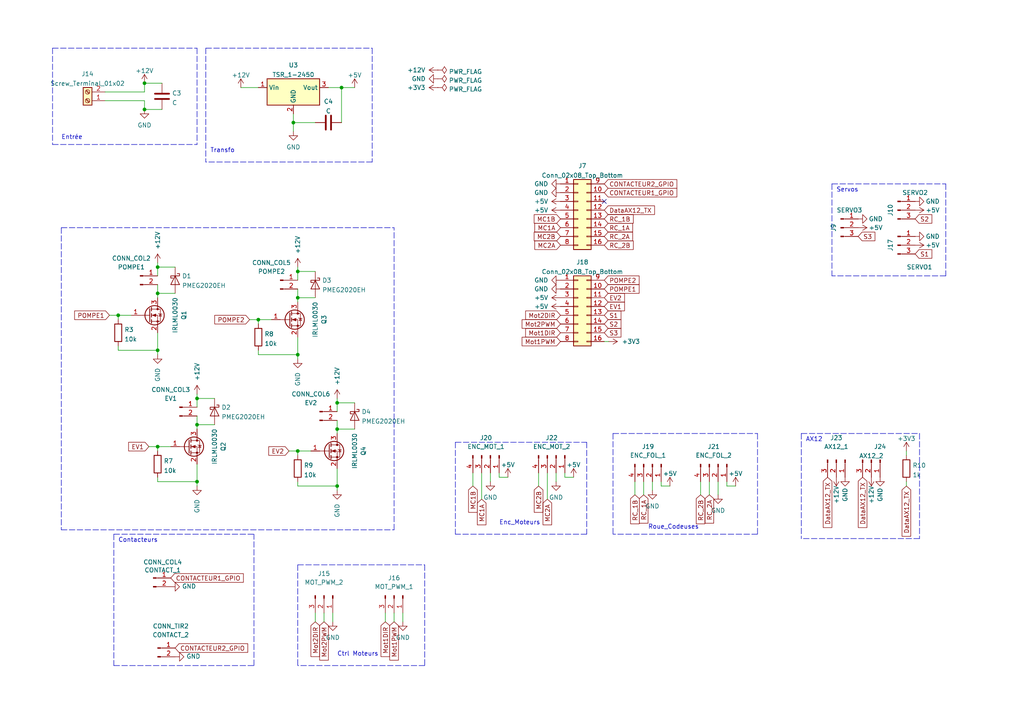
<source format=kicad_sch>
(kicad_sch (version 20211123) (generator eeschema)
  (paper "A4")
  (lib_symbols
    (symbol "Connector:Conn_01x02_Male" (pin_names (offset 1.016) hide)
      (property "Reference" "J" (at 0 2.54 0))
      (property "Value" "Conn_01x02_Male" (at 0 -5.08 0))
      (symbol "Conn_01x02_Male_1_1"
        (polyline (pts (xy 1.27 -2.54) (xy 0.8636 -2.54)) (stroke (width 0.1524)))
        (polyline (pts (xy 1.27 0) (xy 0.8636 0)) (stroke (width 0.1524)))
        (rectangle (start 0.8636 -2.413) (end 0 -2.667) (stroke (width 0.1524)) (fill (type outline)))
        (rectangle (start 0.8636 0.127) (end 0 -0.127) (stroke (width 0.1524)) (fill (type outline)))
        (pin passive line (at 5.08 0 180) (length 3.81) (name "Pin_1") (number "1"))
        (pin passive line (at 5.08 -2.54 180) (length 3.81) (name "Pin_2") (number "2"))
      )
    )
    (symbol "Connector:Conn_01x03_Male" (pin_names (offset 1.016) hide)
      (property "Reference" "J" (at 0 5.08 0))
      (property "Value" "Conn_01x03_Male" (at 0 -5.08 0))
      (symbol "Conn_01x03_Male_1_1"
        (polyline (pts (xy 1.27 -2.54) (xy 0.8636 -2.54)) (stroke (width 0.1524)))
        (polyline (pts (xy 1.27 0) (xy 0.8636 0)) (stroke (width 0.1524)))
        (polyline (pts (xy 1.27 2.54) (xy 0.8636 2.54)) (stroke (width 0.1524)))
        (rectangle (start 0.8636 -2.413) (end 0 -2.667) (stroke (width 0.1524)) (fill (type outline)))
        (rectangle (start 0.8636 0.127) (end 0 -0.127) (stroke (width 0.1524)) (fill (type outline)))
        (rectangle (start 0.8636 2.667) (end 0 2.413) (stroke (width 0.1524)) (fill (type outline)))
        (pin passive line (at 5.08 2.54 180) (length 3.81) (name "Pin_1") (number "1"))
        (pin passive line (at 5.08 0 180) (length 3.81) (name "Pin_2") (number "2"))
        (pin passive line (at 5.08 -2.54 180) (length 3.81) (name "Pin_3") (number "3"))
      )
    )
    (symbol "Connector:Conn_01x04_Male" (pin_names (offset 1.016) hide)
      (property "Reference" "J" (at 0 5.08 0))
      (property "Value" "Conn_01x04_Male" (at 0 -7.62 0))
      (symbol "Conn_01x04_Male_1_1"
        (polyline (pts (xy 1.27 -5.08) (xy 0.8636 -5.08)) (stroke (width 0.1524)))
        (polyline (pts (xy 1.27 -2.54) (xy 0.8636 -2.54)) (stroke (width 0.1524)))
        (polyline (pts (xy 1.27 0) (xy 0.8636 0)) (stroke (width 0.1524)))
        (polyline (pts (xy 1.27 2.54) (xy 0.8636 2.54)) (stroke (width 0.1524)))
        (rectangle (start 0.8636 -4.953) (end 0 -5.207) (stroke (width 0.1524)) (fill (type outline)))
        (rectangle (start 0.8636 -2.413) (end 0 -2.667) (stroke (width 0.1524)) (fill (type outline)))
        (rectangle (start 0.8636 0.127) (end 0 -0.127) (stroke (width 0.1524)) (fill (type outline)))
        (rectangle (start 0.8636 2.667) (end 0 2.413) (stroke (width 0.1524)) (fill (type outline)))
        (pin passive line (at 5.08 2.54 180) (length 3.81) (name "Pin_1") (number "1"))
        (pin passive line (at 5.08 0 180) (length 3.81) (name "Pin_2") (number "2"))
        (pin passive line (at 5.08 -2.54 180) (length 3.81) (name "Pin_3") (number "3"))
        (pin passive line (at 5.08 -5.08 180) (length 3.81) (name "Pin_4") (number "4"))
      )
    )
    (symbol "Connector:Screw_Terminal_01x02" (pin_names (offset 1.016) hide)
      (property "Reference" "J" (at 0 2.54 0))
      (property "Value" "Screw_Terminal_01x02" (at 0 -5.08 0))
      (symbol "Screw_Terminal_01x02_1_1"
        (rectangle (start -1.27 1.27) (end 1.27 -3.81) (stroke (width 0.254)) (fill (type background)))
        (circle (center 0 -2.54) (radius 0.635) (stroke (width 0.1524)))
        (polyline (pts (xy -0.5334 -2.2098) (xy 0.3302 -3.048)) (stroke (width 0.1524)))
        (polyline (pts (xy -0.5334 0.3302) (xy 0.3302 -0.508)) (stroke (width 0.1524)))
        (polyline (pts (xy -0.3556 -2.032) (xy 0.508 -2.8702)) (stroke (width 0.1524)))
        (polyline (pts (xy -0.3556 0.508) (xy 0.508 -0.3302)) (stroke (width 0.1524)))
        (circle (center 0 0) (radius 0.635) (stroke (width 0.1524)))
        (pin passive line (at -5.08 0 0) (length 3.81) (name "Pin_1") (number "1"))
        (pin passive line (at -5.08 -2.54 0) (length 3.81) (name "Pin_2") (number "2"))
      )
    )
    (symbol "Connector_Generic:Conn_02x08_Top_Bottom" (pin_names (offset 1.016) hide)
      (property "Reference" "J" (at 1.27 10.16 0))
      (property "Value" "Conn_02x08_Top_Bottom" (at 1.27 -12.7 0))
      (symbol "Conn_02x08_Top_Bottom_1_1"
        (rectangle (start -1.27 -10.033) (end 0 -10.287) (stroke (width 0.1524)))
        (rectangle (start -1.27 -7.493) (end 0 -7.747) (stroke (width 0.1524)))
        (rectangle (start -1.27 -4.953) (end 0 -5.207) (stroke (width 0.1524)))
        (rectangle (start -1.27 -2.413) (end 0 -2.667) (stroke (width 0.1524)))
        (rectangle (start -1.27 0.127) (end 0 -0.127) (stroke (width 0.1524)))
        (rectangle (start -1.27 2.667) (end 0 2.413) (stroke (width 0.1524)))
        (rectangle (start -1.27 5.207) (end 0 4.953) (stroke (width 0.1524)))
        (rectangle (start -1.27 7.747) (end 0 7.493) (stroke (width 0.1524)))
        (rectangle (start -1.27 8.89) (end 3.81 -11.43) (stroke (width 0.254)) (fill (type background)))
        (rectangle (start 3.81 -10.033) (end 2.54 -10.287) (stroke (width 0.1524)))
        (rectangle (start 3.81 -7.493) (end 2.54 -7.747) (stroke (width 0.1524)))
        (rectangle (start 3.81 -4.953) (end 2.54 -5.207) (stroke (width 0.1524)))
        (rectangle (start 3.81 -2.413) (end 2.54 -2.667) (stroke (width 0.1524)))
        (rectangle (start 3.81 0.127) (end 2.54 -0.127) (stroke (width 0.1524)))
        (rectangle (start 3.81 2.667) (end 2.54 2.413) (stroke (width 0.1524)))
        (rectangle (start 3.81 5.207) (end 2.54 4.953) (stroke (width 0.1524)))
        (rectangle (start 3.81 7.747) (end 2.54 7.493) (stroke (width 0.1524)))
        (pin passive line (at -5.08 7.62 0) (length 3.81) (name "Pin_1") (number "1"))
        (pin passive line (at 7.62 5.08 180) (length 3.81) (name "Pin_10") (number "10"))
        (pin passive line (at 7.62 2.54 180) (length 3.81) (name "Pin_11") (number "11"))
        (pin passive line (at 7.62 0 180) (length 3.81) (name "Pin_12") (number "12"))
        (pin passive line (at 7.62 -2.54 180) (length 3.81) (name "Pin_13") (number "13"))
        (pin passive line (at 7.62 -5.08 180) (length 3.81) (name "Pin_14") (number "14"))
        (pin passive line (at 7.62 -7.62 180) (length 3.81) (name "Pin_15") (number "15"))
        (pin passive line (at 7.62 -10.16 180) (length 3.81) (name "Pin_16") (number "16"))
        (pin passive line (at -5.08 5.08 0) (length 3.81) (name "Pin_2") (number "2"))
        (pin passive line (at -5.08 2.54 0) (length 3.81) (name "Pin_3") (number "3"))
        (pin passive line (at -5.08 0 0) (length 3.81) (name "Pin_4") (number "4"))
        (pin passive line (at -5.08 -2.54 0) (length 3.81) (name "Pin_5") (number "5"))
        (pin passive line (at -5.08 -5.08 0) (length 3.81) (name "Pin_6") (number "6"))
        (pin passive line (at -5.08 -7.62 0) (length 3.81) (name "Pin_7") (number "7"))
        (pin passive line (at -5.08 -10.16 0) (length 3.81) (name "Pin_8") (number "8"))
        (pin passive line (at 7.62 7.62 180) (length 3.81) (name "Pin_9") (number "9"))
      )
    )
    (symbol "Device:C" (pin_numbers hide) (pin_names (offset 0.254))
      (property "Reference" "C" (at 0.635 2.54 0))
      (property "Value" "C" (at 0.635 -2.54 0))
      (symbol "C_0_1"
        (polyline (pts (xy -2.032 -0.762) (xy 2.032 -0.762)) (stroke (width 0.508)))
        (polyline (pts (xy -2.032 0.762) (xy 2.032 0.762)) (stroke (width 0.508)))
      )
      (symbol "C_1_1"
        (pin passive line (at 0 3.81 270) (length 2.794) (name "~") (number "1"))
        (pin passive line (at 0 -3.81 90) (length 2.794) (name "~") (number "2"))
      )
    )
    (symbol "Device:R" (pin_numbers hide) (pin_names (offset 0))
      (property "Reference" "R" (at 2.032 0 90))
      (property "Value" "R" (at 0 0 90))
      (symbol "R_0_1"
        (rectangle (start -1.016 -2.54) (end 1.016 2.54) (stroke (width 0.254)))
      )
      (symbol "R_1_1"
        (pin passive line (at 0 3.81 270) (length 1.27) (name "~") (number "1"))
        (pin passive line (at 0 -3.81 90) (length 1.27) (name "~") (number "2"))
      )
    )
    (symbol "Diode:PMEG2020EH" (pin_numbers hide) (pin_names hide)
      (property "Reference" "D" (at 0 2.54 0))
      (property "Value" "PMEG2020EH" (at 0 -2.54 0))
      (symbol "PMEG2020EH_0_1"
        (polyline (pts (xy 1.27 0) (xy -1.27 0)))
        (polyline (pts (xy 1.27 1.27) (xy 1.27 -1.27) (xy -1.27 0) (xy 1.27 1.27)) (stroke (width 0.2032)))
        (polyline (pts (xy -1.905 0.635) (xy -1.905 1.27) (xy -1.27 1.27) (xy -1.27 -1.27) (xy -0.635 -1.27) (xy -0.635 -0.635)) (stroke (width 0.2032)))
      )
      (symbol "PMEG2020EH_1_1"
        (pin passive line (at -3.81 0 0) (length 2.54) (name "K") (number "1"))
        (pin passive line (at 3.81 0 180) (length 2.54) (name "A") (number "2"))
      )
    )
    (symbol "Regulator_Switching:TSR_1-2450"
      (property "Reference" "U" (at -7.62 6.35 0))
      (property "Value" "TSR_1-2450" (at -1.27 6.35 0))
      (symbol "TSR_1-2450_0_1"
        (rectangle (start -7.62 5.08) (end 7.62 -2.54) (stroke (width 0.254)) (fill (type background)))
      )
      (symbol "TSR_1-2450_1_1"
        (pin power_in line (at -10.16 2.54 0) (length 2.54) (name "Vin") (number "1"))
        (pin power_in line (at 0 -5.08 90) (length 2.54) (name "GND") (number "2"))
        (pin power_out line (at 10.16 2.54 180) (length 2.54) (name "Vout") (number "3"))
      )
    )
    (symbol "Transistor_FET:IRLML0030" (pin_names hide)
      (property "Reference" "Q" (at 5.08 1.905 0))
      (property "Value" "IRLML0030" (at 5.08 0 0))
      (symbol "IRLML0030_0_1"
        (polyline (pts (xy 0.254 0) (xy -2.54 0)))
        (polyline (pts (xy 0.254 1.905) (xy 0.254 -1.905)) (stroke (width 0.254)))
        (polyline (pts (xy 0.762 -1.27) (xy 0.762 -2.286)) (stroke (width 0.254)))
        (polyline (pts (xy 0.762 0.508) (xy 0.762 -0.508)) (stroke (width 0.254)))
        (polyline (pts (xy 0.762 2.286) (xy 0.762 1.27)) (stroke (width 0.254)))
        (polyline (pts (xy 2.54 2.54) (xy 2.54 1.778)))
        (polyline (pts (xy 2.54 -2.54) (xy 2.54 0) (xy 0.762 0)))
        (polyline (pts (xy 0.762 -1.778) (xy 3.302 -1.778) (xy 3.302 1.778) (xy 0.762 1.778)))
        (polyline (pts (xy 1.016 0) (xy 2.032 0.381) (xy 2.032 -0.381) (xy 1.016 0)) (fill (type outline)))
        (polyline (pts (xy 2.794 0.508) (xy 2.921 0.381) (xy 3.683 0.381) (xy 3.81 0.254)))
        (polyline (pts (xy 3.302 0.381) (xy 2.921 -0.254) (xy 3.683 -0.254) (xy 3.302 0.381)))
        (circle (center 1.651 0) (radius 2.794) (stroke (width 0.254)))
        (circle (center 2.54 -1.778) (radius 0.254) (fill (type outline)))
        (circle (center 2.54 1.778) (radius 0.254) (fill (type outline)))
      )
      (symbol "IRLML0030_1_1"
        (pin input line (at -5.08 0 0) (length 2.54) (name "G") (number "1"))
        (pin passive line (at 2.54 -5.08 90) (length 2.54) (name "S") (number "2"))
        (pin passive line (at 2.54 5.08 270) (length 2.54) (name "D") (number "3"))
      )
    )
    (symbol "power:+12V" (power) (pin_names (offset 0))
      (property "Value" "+12V" (at 0 3.556 0))
      (symbol "+12V_0_1"
        (polyline (pts (xy -0.762 1.27) (xy 0 2.54)))
        (polyline (pts (xy 0 0) (xy 0 2.54)))
        (polyline (pts (xy 0 2.54) (xy 0.762 1.27)))
      )
      (symbol "+12V_1_1"
        (pin power_in line (at 0 0 90) (length 0) hide (name "+12V") (number "1"))
      )
    )
    (symbol "power:+3.3V" (power) (pin_names (offset 0))
      (property "Value" "+3.3V" (at 0 3.556 0))
      (symbol "+3.3V_0_1"
        (polyline (pts (xy -0.762 1.27) (xy 0 2.54)))
        (polyline (pts (xy 0 0) (xy 0 2.54)))
        (polyline (pts (xy 0 2.54) (xy 0.762 1.27)))
      )
      (symbol "+3.3V_1_1"
        (pin power_in line (at 0 0 90) (length 0) hide (name "+3V3") (number "1"))
      )
    )
    (symbol "power:+5V" (power) (pin_names (offset 0))
      (property "Value" "+5V" (at 0 3.556 0))
      (symbol "+5V_0_1"
        (polyline (pts (xy -0.762 1.27) (xy 0 2.54)))
        (polyline (pts (xy 0 0) (xy 0 2.54)))
        (polyline (pts (xy 0 2.54) (xy 0.762 1.27)))
      )
      (symbol "+5V_1_1"
        (pin power_in line (at 0 0 90) (length 0) hide (name "+5V") (number "1"))
      )
    )
    (symbol "power:GND" (power) (pin_names (offset 0))
      (property "Value" "GND" (at 0 -3.81 0))
      (symbol "GND_0_1"
        (polyline (pts (xy 0 0) (xy 0 -1.27) (xy 1.27 -1.27) (xy 0 -2.54) (xy -1.27 -1.27) (xy 0 -1.27)))
      )
      (symbol "GND_1_1"
        (pin power_in line (at 0 0 270) (length 0) hide (name "GND") (number "1"))
      )
    )
    (symbol "power:PWR_FLAG" (power) (pin_numbers hide) (pin_names (offset 0) hide)
      (property "Value" "PWR_FLAG" (at 0 3.81 0))
      (symbol "PWR_FLAG_0_0"
        (pin power_out line (at 0 0 90) (length 0) (name "pwr") (number "1"))
      )
      (symbol "PWR_FLAG_0_1"
        (polyline (pts (xy 0 0) (xy 0 1.27) (xy -1.016 1.905) (xy 0 2.54) (xy 1.016 1.905) (xy 0 1.27)))
      )
    )
  )
  (junction (at 41.91 31.75))
  (junction (at 99.06 25.4))
  (junction (at 57.15 115.57))
  (junction (at 86.36 130.81))
  (junction (at 85.09 35.56))
  (junction (at 45.72 77.47))
  (junction (at 74.93 92.71))
  (junction (at 86.36 86.36))
  (junction (at 45.72 101.6))
  (junction (at 45.72 85.09))
  (junction (at 57.15 139.7))
  (junction (at 97.79 140.97))
  (junction (at 86.36 78.74))
  (junction (at 41.91 24.13))
  (junction (at 97.79 116.84))
  (junction (at 34.29 91.44))
  (junction (at 45.72 129.54))
  (junction (at 57.15 123.19))
  (junction (at 97.79 124.46))
  (junction (at 86.36 102.87))
  (no_connect (at 175.26 58.42))
  (wire (pts (xy 45.72 77.47) (xy 50.8 77.47)))
  (polyline (pts (xy 15.24 13.97) (xy 57.15 13.97)))
  (wire (pts (xy 34.29 91.44) (xy 38.1 91.44)))
  (polyline (pts (xy 123.19 193.04) (xy 86.36 193.04)))
  (wire (pts (xy 57.15 123.19) (xy 57.15 124.46)))
  (wire (pts (xy 208.28 139.7) (xy 208.28 143.51)))
  (wire (pts (xy 95.25 25.4) (xy 99.06 25.4)))
  (wire (pts (xy 86.36 140.97) (xy 97.79 140.97)))
  (wire (pts (xy 262.89 139.7) (xy 262.89 140.97)))
  (wire (pts (xy 31.75 91.44) (xy 34.29 91.44)))
  (wire (pts (xy 86.36 140.97) (xy 86.36 139.7)))
  (polyline (pts (xy 86.36 163.83) (xy 123.19 163.83)))
  (wire (pts (xy 116.84 177.8) (xy 116.84 180.34)))
  (polyline (pts (xy 59.69 13.97) (xy 107.95 13.97)))
  (polyline (pts (xy 170.18 128.27) (xy 170.18 154.94)))
  (wire (pts (xy 43.18 129.54) (xy 45.72 129.54)))
  (wire (pts (xy 161.29 137.16) (xy 161.29 139.7)))
  (wire (pts (xy 262.89 130.81) (xy 262.89 132.08)))
  (wire (pts (xy 137.16 137.16) (xy 137.16 140.97)))
  (polyline (pts (xy 232.41 125.73) (xy 232.41 156.21)))
  (polyline (pts (xy 132.08 128.27) (xy 132.08 154.94)))
  (wire (pts (xy 99.06 35.56) (xy 99.06 25.4)))
  (wire (pts (xy 45.72 77.47) (xy 45.72 80.01)))
  (polyline (pts (xy 15.24 13.97) (xy 15.24 41.91)))
  (wire (pts (xy 57.15 134.62) (xy 57.15 139.7)))
  (wire (pts (xy 86.36 130.81) (xy 86.36 132.08)))
  (wire (pts (xy 86.36 86.36) (xy 91.44 86.36)))
  (wire (pts (xy 97.79 142.24) (xy 97.79 140.97)))
  (polyline (pts (xy 177.8 125.73) (xy 177.8 154.94)))
  (wire (pts (xy 74.93 102.87) (xy 86.36 102.87)))
  (wire (pts (xy 158.75 137.16) (xy 158.75 144.78)))
  (polyline (pts (xy 33.02 154.94) (xy 73.66 154.94)))
  (wire (pts (xy 97.79 121.92) (xy 97.79 124.46)))
  (polyline (pts (xy 177.8 125.73) (xy 219.71 125.73)))
  (wire (pts (xy 45.72 102.87) (xy 45.72 101.6)))
  (wire (pts (xy 83.82 130.81) (xy 86.36 130.81)))
  (wire (pts (xy 203.2 139.7) (xy 203.2 143.51)))
  (wire (pts (xy 142.24 137.16) (xy 142.24 139.7)))
  (polyline (pts (xy 132.08 128.27) (xy 170.18 128.27)))
  (polyline (pts (xy 241.3 53.34) (xy 274.32 53.34)))
  (polyline (pts (xy 59.69 13.97) (xy 59.69 46.99)))
  (polyline (pts (xy 219.71 154.94) (xy 177.8 154.94)))
  (wire (pts (xy 139.7 137.16) (xy 139.7 144.78)))
  (polyline (pts (xy 266.7 156.21) (xy 232.41 156.21)))
  (wire (pts (xy 210.82 139.7) (xy 210.82 140.97)))
  (polyline (pts (xy 266.7 125.73) (xy 266.7 156.21)))
  (wire (pts (xy 97.79 115.57) (xy 97.79 116.84)))
  (wire (pts (xy 57.15 120.65) (xy 57.15 123.19)))
  (polyline (pts (xy 73.66 193.04) (xy 73.66 154.94)))
  (wire (pts (xy 45.72 82.55) (xy 45.72 85.09)))
  (wire (pts (xy 85.09 35.56) (xy 91.44 35.56)))
  (wire (pts (xy 86.36 104.14) (xy 86.36 102.87)))
  (wire (pts (xy 45.72 129.54) (xy 49.53 129.54)))
  (wire (pts (xy 74.93 92.71) (xy 74.93 93.98)))
  (wire (pts (xy 45.72 139.7) (xy 45.72 138.43)))
  (wire (pts (xy 45.72 76.2) (xy 45.72 77.47)))
  (wire (pts (xy 86.36 78.74) (xy 86.36 81.28)))
  (wire (pts (xy 34.29 101.6) (xy 45.72 101.6)))
  (wire (pts (xy 45.72 85.09) (xy 45.72 86.36)))
  (wire (pts (xy 34.29 101.6) (xy 34.29 100.33)))
  (wire (pts (xy 99.06 25.4) (xy 102.87 25.4)))
  (wire (pts (xy 57.15 123.19) (xy 62.23 123.19)))
  (polyline (pts (xy 274.32 53.34) (xy 274.32 80.01)))
  (wire (pts (xy 189.23 139.7) (xy 189.23 142.24)))
  (polyline (pts (xy 123.19 163.83) (xy 123.19 193.04)))
  (wire (pts (xy 86.36 130.81) (xy 90.17 130.81)))
  (wire (pts (xy 86.36 77.47) (xy 86.36 78.74)))
  (wire (pts (xy 194.31 140.97) (xy 191.77 140.97)))
  (wire (pts (xy 205.74 139.7) (xy 205.74 143.51)))
  (polyline (pts (xy 241.3 53.34) (xy 241.3 80.01)))
  (wire (pts (xy 111.76 177.8) (xy 111.76 180.34)))
  (polyline (pts (xy 17.78 66.04) (xy 17.78 153.67)))
  (wire (pts (xy 45.72 129.54) (xy 45.72 130.81)))
  (wire (pts (xy 147.32 138.43) (xy 144.78 138.43)))
  (wire (pts (xy 45.72 85.09) (xy 50.8 85.09)))
  (polyline (pts (xy 170.18 154.94) (xy 132.08 154.94)))
  (polyline (pts (xy 17.78 66.04) (xy 114.3 66.04)))
  (wire (pts (xy 34.29 91.44) (xy 34.29 92.71)))
  (wire (pts (xy 86.36 83.82) (xy 86.36 86.36)))
  (wire (pts (xy 97.79 116.84) (xy 97.79 119.38)))
  (wire (pts (xy 184.15 139.7) (xy 184.15 143.51)))
  (polyline (pts (xy 107.95 46.99) (xy 59.69 46.99)))
  (wire (pts (xy 186.69 139.7) (xy 186.69 143.51)))
  (wire (pts (xy 57.15 115.57) (xy 57.15 118.11)))
  (wire (pts (xy 45.72 96.52) (xy 45.72 101.6)))
  (polyline (pts (xy 33.02 193.04) (xy 73.66 193.04)))
  (wire (pts (xy 97.79 116.84) (xy 102.87 116.84)))
  (wire (pts (xy 30.48 26.67) (xy 41.91 26.67)))
  (polyline (pts (xy 107.95 13.97) (xy 107.95 46.99)))
  (wire (pts (xy 97.79 124.46) (xy 97.79 125.73)))
  (wire (pts (xy 41.91 29.21) (xy 41.91 31.75)))
  (wire (pts (xy 57.15 115.57) (xy 62.23 115.57)))
  (wire (pts (xy 213.36 140.97) (xy 210.82 140.97)))
  (wire (pts (xy 86.36 78.74) (xy 91.44 78.74)))
  (wire (pts (xy 72.39 92.71) (xy 74.93 92.71)))
  (wire (pts (xy 93.98 177.8) (xy 93.98 180.34)))
  (polyline (pts (xy 219.71 125.73) (xy 219.71 154.94)))
  (wire (pts (xy 97.79 135.89) (xy 97.79 140.97)))
  (wire (pts (xy 175.26 99.06) (xy 176.53 99.06)))
  (polyline (pts (xy 57.15 13.97) (xy 57.15 41.91)))
  (wire (pts (xy 74.93 102.87) (xy 74.93 101.6)))
  (wire (pts (xy 85.09 33.02) (xy 85.09 35.56)))
  (wire (pts (xy 191.77 140.97) (xy 191.77 139.7)))
  (wire (pts (xy 46.99 31.75) (xy 41.91 31.75)))
  (polyline (pts (xy 274.32 80.01) (xy 241.3 80.01)))
  (wire (pts (xy 156.21 137.16) (xy 156.21 140.97)))
  (wire (pts (xy 30.48 29.21) (xy 41.91 29.21)))
  (wire (pts (xy 57.15 140.97) (xy 57.15 139.7)))
  (polyline (pts (xy 17.78 153.67) (xy 114.3 153.67)))
  (wire (pts (xy 144.78 138.43) (xy 144.78 137.16)))
  (polyline (pts (xy 232.41 125.73) (xy 266.7 125.73)))
  (wire (pts (xy 85.09 35.56) (xy 85.09 38.1)))
  (wire (pts (xy 41.91 24.13) (xy 46.99 24.13)))
  (wire (pts (xy 163.83 137.16) (xy 163.83 138.43)))
  (polyline (pts (xy 33.02 154.94) (xy 33.02 193.04)))
  (wire (pts (xy 166.37 138.43) (xy 163.83 138.43)))
  (wire (pts (xy 86.36 97.79) (xy 86.36 102.87)))
  (wire (pts (xy 114.3 177.8) (xy 114.3 180.34)))
  (wire (pts (xy 45.72 139.7) (xy 57.15 139.7)))
  (wire (pts (xy 41.91 26.67) (xy 41.91 24.13)))
  (wire (pts (xy 86.36 86.36) (xy 86.36 87.63)))
  (polyline (pts (xy 86.36 163.83) (xy 86.36 193.04)))
  (wire (pts (xy 91.44 177.8) (xy 91.44 180.34)))
  (wire (pts (xy 74.93 92.71) (xy 78.74 92.71)))
  (polyline (pts (xy 114.3 153.67) (xy 114.3 66.04)))
  (wire (pts (xy 96.52 177.8) (xy 96.52 180.34)))
  (wire (pts (xy 69.85 25.4) (xy 74.93 25.4)))
  (wire (pts (xy 97.79 124.46) (xy 102.87 124.46)))
  (polyline (pts (xy 15.24 41.91) (xy 57.15 41.91)))
  (wire (pts (xy 57.15 114.3) (xy 57.15 115.57)))
  (text "Contacteurs" (at 34.29 157.48 0) (effects (font (size 1.27 1.27)) (justify left bottom)))
  (text "Enc_Moteurs" (at 144.78 152.4 0) (effects (font (size 1.27 1.27)) (justify left bottom)))
  (text "Ctrl Moteurs" (at 97.79 190.5 0) (effects (font (size 1.27 1.27)) (justify left bottom)))
  (text "AX12" (at 233.68 128.27 0) (effects (font (size 1.27 1.27)) (justify left bottom)))
  (text "Roue_Codeuses" (at 187.96 153.67 0) (effects (font (size 1.27 1.27)) (justify left bottom)))
  (text "Servos" (at 242.57 55.88 0) (effects (font (size 1.27 1.27)) (justify left bottom)))
  (text "Transfo" (at 60.96 44.45 0) (effects (font (size 1.27 1.27)) (justify left bottom)))
  (text "Entrée" (at 17.78 40.64 0) (effects (font (size 1.27 1.27)) (justify left bottom)))
  (global_label "Mot1DIR" (shape input) (at 111.76 180.34 270) (property "Intersheet References" "${INTERSHEET_REFS}" (effects hide)))
  (global_label "MC1B" (shape input) (at 162.56 63.5 180) (property "Intersheet References" "${INTERSHEET_REFS}" (effects hide)))
  (global_label "DataAX12_TX" (shape input) (at 240.03 138.43 270) (property "Intersheet References" "${INTERSHEET_REFS}" (effects hide)))
  (global_label "MC1B" (shape input) (at 137.16 140.97 270) (property "Intersheet References" "${INTERSHEET_REFS}" (effects hide)))
  (global_label "CONTACTEUR2_GPIO" (shape input) (at 175.26 53.34 0) (property "Intersheet References" "${INTERSHEET_REFS}" (effects hide)))
  (global_label "POMPE1" (shape input) (at 175.26 83.82 0) (property "Intersheet References" "${INTERSHEET_REFS}" (effects hide)))
  (global_label "RC_2B" (shape input) (at 203.2 143.51 270) (property "Intersheet References" "${INTERSHEET_REFS}" (effects hide)))
  (global_label "POMPE1" (shape input) (at 31.75 91.44 180) (property "Intersheet References" "${INTERSHEET_REFS}" (effects hide)))
  (global_label "RC_2A" (shape input) (at 175.26 68.58 0) (property "Intersheet References" "${INTERSHEET_REFS}" (effects hide)))
  (global_label "CONTACTEUR2_GPIO" (shape input) (at 50.8 187.96 0) (property "Intersheet References" "${INTERSHEET_REFS}" (effects hide)))
  (global_label "CONTACTEUR1_GPIO" (shape input) (at 175.26 55.88 0) (property "Intersheet References" "${INTERSHEET_REFS}" (effects hide)))
  (global_label "Mot1DIR" (shape input) (at 162.56 96.52 180) (property "Intersheet References" "${INTERSHEET_REFS}" (effects hide)))
  (global_label "Mot1PWM" (shape input) (at 114.3 180.34 270) (property "Intersheet References" "${INTERSHEET_REFS}" (effects hide)))
  (global_label "MC1A" (shape input) (at 139.7 144.78 270) (property "Intersheet References" "${INTERSHEET_REFS}" (effects hide)))
  (global_label "Mot2PWM" (shape input) (at 93.98 180.34 270) (property "Intersheet References" "${INTERSHEET_REFS}" (effects hide)))
  (global_label "MC1A" (shape input) (at 162.56 66.04 180) (property "Intersheet References" "${INTERSHEET_REFS}" (effects hide)))
  (global_label "DataAX12_TX" (shape input) (at 175.26 60.96 0) (property "Intersheet References" "${INTERSHEET_REFS}" (effects hide)))
  (global_label "S1" (shape input) (at 265.43 73.66 0) (property "Intersheet References" "${INTERSHEET_REFS}" (effects hide)))
  (global_label "Mot2PWM" (shape input) (at 162.56 93.98 180) (property "Intersheet References" "${INTERSHEET_REFS}" (effects hide)))
  (global_label "RC_2A" (shape input) (at 205.74 143.51 270) (property "Intersheet References" "${INTERSHEET_REFS}" (effects hide)))
  (global_label "EV2" (shape input) (at 175.26 86.36 0) (property "Intersheet References" "${INTERSHEET_REFS}" (effects hide)))
  (global_label "POMPE2" (shape input) (at 72.39 92.71 180) (property "Intersheet References" "${INTERSHEET_REFS}" (effects hide)))
  (global_label "S3" (shape input) (at 175.26 96.52 0) (property "Intersheet References" "${INTERSHEET_REFS}" (effects hide)))
  (global_label "RC_2B" (shape input) (at 175.26 71.12 0) (property "Intersheet References" "${INTERSHEET_REFS}" (effects hide)))
  (global_label "MC2B" (shape input) (at 156.21 140.97 270) (property "Intersheet References" "${INTERSHEET_REFS}" (effects hide)))
  (global_label "Mot2DIR" (shape input) (at 162.56 91.44 180) (property "Intersheet References" "${INTERSHEET_REFS}" (effects hide)))
  (global_label "Mot2DIR" (shape input) (at 91.44 180.34 270) (property "Intersheet References" "${INTERSHEET_REFS}" (effects hide)))
  (global_label "RC_1A" (shape input) (at 186.69 143.51 270) (property "Intersheet References" "${INTERSHEET_REFS}" (effects hide)))
  (global_label "S1" (shape input) (at 175.26 91.44 0) (property "Intersheet References" "${INTERSHEET_REFS}" (effects hide)))
  (global_label "MC2A" (shape input) (at 162.56 71.12 180) (property "Intersheet References" "${INTERSHEET_REFS}" (effects hide)))
  (global_label "MC2A" (shape input) (at 158.75 144.78 270) (property "Intersheet References" "${INTERSHEET_REFS}" (effects hide)))
  (global_label "MC2B" (shape input) (at 162.56 68.58 180) (property "Intersheet References" "${INTERSHEET_REFS}" (effects hide)))
  (global_label "RC_1B" (shape input) (at 175.26 63.5 0) (property "Intersheet References" "${INTERSHEET_REFS}" (effects hide)))
  (global_label "Mot1PWM" (shape input) (at 162.56 99.06 180) (property "Intersheet References" "${INTERSHEET_REFS}" (effects hide)))
  (global_label "S2" (shape input) (at 175.26 93.98 0) (property "Intersheet References" "${INTERSHEET_REFS}" (effects hide)))
  (global_label "RC_1A" (shape input) (at 175.26 66.04 0) (property "Intersheet References" "${INTERSHEET_REFS}" (effects hide)))
  (global_label "S2" (shape input) (at 265.43 63.5 0) (property "Intersheet References" "${INTERSHEET_REFS}" (effects hide)))
  (global_label "DataAX12_TX" (shape input) (at 262.89 140.97 270) (property "Intersheet References" "${INTERSHEET_REFS}" (effects hide)))
  (global_label "CONTACTEUR1_GPIO" (shape input) (at 49.53 167.64 0) (property "Intersheet References" "${INTERSHEET_REFS}" (effects hide)))
  (global_label "EV1" (shape input) (at 175.26 88.9 0) (property "Intersheet References" "${INTERSHEET_REFS}" (effects hide)))
  (global_label "DataAX12_TX" (shape input) (at 250.19 138.43 270) (property "Intersheet References" "${INTERSHEET_REFS}" (effects hide)))
  (global_label "RC_1B" (shape input) (at 184.15 143.51 270) (property "Intersheet References" "${INTERSHEET_REFS}" (effects hide)))
  (global_label "EV1" (shape input) (at 43.18 129.54 180) (property "Intersheet References" "${INTERSHEET_REFS}" (effects hide)))
  (global_label "S3" (shape input) (at 248.92 68.58 0) (property "Intersheet References" "${INTERSHEET_REFS}" (effects hide)))
  (global_label "POMPE2" (shape input) (at 175.26 81.28 0) (property "Intersheet References" "${INTERSHEET_REFS}" (effects hide)))
  (global_label "EV2" (shape input) (at 83.82 130.81 180) (property "Intersheet References" "${INTERSHEET_REFS}" (effects hide)))
  (symbol (lib_id "Connector_Generic:Conn_02x08_Top_Bottom") (at 167.64 88.9 0) (unit 1)
    (property "Reference" "J18" (at 168.91 76.0435 0))
    (property "Value" "Conn_02x08_Top_Bottom" (at 168.91 78.8186 0))
    (property "Footprint" "Connector_IDC:IDC-Header_2x08_P2.54mm_Vertical" (effects hide))
  )
  (symbol (lib_id "Transistor_FET:IRLML0030") (at 54.61 129.54 0) (unit 1)
    (property "Reference" "Q2" (at 64.77 129.54 90))
    (property "Value" "IRLML0030" (at 62.23 129.54 90))
    (property "Footprint" "Package_TO_SOT_SMD:SOT-23" (effects hide))
    (property "Datasheet" "https://www.infineon.com/dgdl/irlml0030pbf.pdf?fileId=5546d462533600a401535664773825df" (effects hide))
  )
  (symbol (lib_id "Connector:Conn_01x04_Male") (at 142.24 132.08 270) (unit 1)
    (property "Reference" "J20" (at 140.97 127 90))
    (property "Value" "ENC_MOT_1" (at 140.97 129.54 90))
    (property "Footprint" "library:HE14_EMBASE_1x04" (effects hide))
  )
  (symbol (lib_id "Device:R") (at 262.89 135.89 0) (unit 1)
    (property "Reference" "R10" (at 264.668 134.9815 0) (effects (justify left)))
    (property "Value" "1k" (at 264.668 137.7566 0) (effects (justify left)))
    (property "Footprint" "Resistor_SMD:R_0805_2012Metric" (effects hide))
  )
  (symbol (lib_id "power:GND") (at 97.79 142.24 0) (unit 1)
    (property "Reference" "#PWR032" (effects hide))
    (property "Value" "GND" (at 97.79 146.05 90) (effects (justify right)))
  )
  (symbol (lib_id "Device:R") (at 45.72 134.62 0) (unit 1)
    (property "Reference" "R7" (at 47.498 133.7115 0) (effects (justify left)))
    (property "Value" "10k" (at 47.498 136.4866 0) (effects (justify left)))
    (property "Footprint" "Resistor_SMD:R_0805_2012Metric" (effects hide))
  )
  (symbol (lib_id "Connector:Conn_01x02_Male") (at 40.64 80.01 0) (unit 1)
    (property "Reference" "CONN_COL2" (at 38.1 74.93 0))
    (property "Value" "POMPE1" (at 38.1 77.47 0))
    (property "Footprint" "library:HE14_EMBASE_1x02" (effects hide))
  )
  (symbol (lib_id "power:GND") (at 162.56 55.88 270) (unit 1)
    (property "Reference" "#PWR035" (effects hide))
    (property "Value" "GND" (at 154.94 55.88 90) (effects (justify left)))
  )
  (symbol (lib_id "Transistor_FET:IRLML0030") (at 95.25 130.81 0) (unit 1)
    (property "Reference" "Q4" (at 105.41 130.81 90))
    (property "Value" "IRLML0030" (at 102.87 130.81 90))
    (property "Footprint" "Package_TO_SOT_SMD:SOT-23" (effects hide))
    (property "Datasheet" "https://www.infineon.com/dgdl/irlml0030pbf.pdf?fileId=5546d462533600a401535664773825df" (effects hide))
  )
  (symbol (lib_id "Diode:PMEG2020EH") (at 62.23 119.38 270) (unit 1)
    (property "Reference" "D2" (at 64.2366 118.154 90) (effects (justify left)))
    (property "Value" "PMEG2020EH" (at 64.2366 120.9291 90) (effects (justify left)))
    (property "Footprint" "Diode_SMD:D_SOD-123F" (effects hide))
    (property "Datasheet" "https://assets.nexperia.com/documents/data-sheet/PMEG2020EH_EJ.pdf" (effects hide))
  )
  (symbol (lib_id "Device:R") (at 86.36 135.89 0) (unit 1)
    (property "Reference" "R9" (at 88.138 134.9815 0) (effects (justify left)))
    (property "Value" "10k" (at 88.138 137.7566 0) (effects (justify left)))
    (property "Footprint" "Resistor_SMD:R_0805_2012Metric" (effects hide))
  )
  (symbol (lib_id "power:+12V") (at 242.57 138.43 180) (unit 1)
    (property "Reference" "#PWR0122" (effects hide))
    (property "Value" "+12V" (at 242.57 143.51 90))
  )
  (symbol (lib_id "power:+12V") (at 127 20.32 90) (unit 1)
    (property "Reference" "#PWR051" (effects hide))
    (property "Value" "+12V" (at 118.11 20.32 90) (effects (justify right)))
  )
  (symbol (lib_id "power:+3.3V") (at 176.53 99.06 270) (unit 1)
    (property "Reference" "#PWR0101" (effects hide))
    (property "Value" "+3.3V" (at 180.34 99.0599 90) (effects (justify left)))
  )
  (symbol (lib_id "power:+12V") (at 57.15 114.3 0) (unit 1)
    (property "Reference" "#PWR025" (effects hide))
    (property "Value" "+12V" (at 57.15 110.49 90) (effects (justify left)))
  )
  (symbol (lib_id "power:+5V") (at 147.32 138.43 0) (unit 1)
    (property "Reference" "#PWR0134" (effects hide))
    (property "Value" "+5V" (at 147.32 134.8255 0))
  )
  (symbol (lib_id "power:+5V") (at 162.56 86.36 90) (unit 1)
    (property "Reference" "#PWR040" (effects hide))
    (property "Value" "+5V" (at 154.94 86.36 90) (effects (justify right)))
  )
  (symbol (lib_id "Diode:PMEG2020EH") (at 50.8 81.28 270) (unit 1)
    (property "Reference" "D1" (at 52.8066 80.054 90) (effects (justify left)))
    (property "Value" "PMEG2020EH" (at 52.8066 82.8291 90) (effects (justify left)))
    (property "Footprint" "Diode_SMD:D_SOD-123F" (effects hide))
    (property "Datasheet" "https://assets.nexperia.com/documents/data-sheet/PMEG2020EH_EJ.pdf" (effects hide))
  )
  (symbol (lib_id "Connector:Conn_01x02_Male") (at 92.71 119.38 0) (unit 1)
    (property "Reference" "CONN_COL6" (at 90.17 114.3 0))
    (property "Value" "EV2" (at 90.17 116.84 0))
    (property "Footprint" "library:HE14_EMBASE_1x02" (effects hide))
  )
  (symbol (lib_id "power:GND") (at 162.56 83.82 270) (unit 1)
    (property "Reference" "#PWR039" (effects hide))
    (property "Value" "GND" (at 154.94 83.82 90) (effects (justify left)))
  )
  (symbol (lib_id "power:GND") (at 127 22.86 270) (unit 1)
    (property "Reference" "#PWR052" (effects hide))
    (property "Value" "GND" (at 119.38 22.86 90) (effects (justify left)))
  )
  (symbol (lib_id "power:GND") (at 189.23 142.24 0) (unit 1)
    (property "Reference" "#PWR0144" (effects hide))
    (property "Value" "GND" (at 189.23 146.8025 0))
  )
  (symbol (lib_id "power:GND") (at 96.52 180.34 0) (unit 1)
    (property "Reference" "#PWR0120" (effects hide))
    (property "Value" "GND" (at 96.52 184.9025 0))
  )
  (symbol (lib_id "power:GND") (at 142.24 139.7 0) (unit 1)
    (property "Reference" "#PWR0137" (effects hide))
    (property "Value" "GND" (at 142.24 144.2625 0))
  )
  (symbol (lib_id "power:GND") (at 49.53 170.18 90) (unit 1)
    (property "Reference" "#PWR0139" (effects hide))
    (property "Value" "GND" (at 52.7812 170.053 90) (effects (justify right)))
  )
  (symbol (lib_id "power:GND") (at 50.8 190.5 90) (unit 1)
    (property "Reference" "#PWR0140" (effects hide))
    (property "Value" "GND" (at 54.0512 190.373 90) (effects (justify right)))
  )
  (symbol (lib_id "Connector:Conn_01x04_Male") (at 161.29 132.08 270) (unit 1)
    (property "Reference" "J22" (at 160.02 127 90))
    (property "Value" "ENC_MOT_2" (at 160.02 129.54 90))
    (property "Footprint" "library:HE14_EMBASE_1x04" (effects hide))
  )
  (symbol (lib_id "power:GND") (at 57.15 140.97 0) (unit 1)
    (property "Reference" "#PWR026" (effects hide))
    (property "Value" "GND" (at 57.15 144.78 90) (effects (justify right)))
  )
  (symbol (lib_id "power:GND") (at 265.43 58.42 90) (unit 1)
    (property "Reference" "#PWR047" (effects hide))
    (property "Value" "GND" (at 270.51 58.42 90))
  )
  (symbol (lib_id "Connector:Conn_01x03_Male") (at 243.84 66.04 0) (unit 1)
    (property "Reference" "J9" (at 241.7413 66.04 90))
    (property "Value" "SERVO3" (at 246.38 60.96 0))
    (property "Footprint" "Connector_PinHeader_2.54mm:PinHeader_1x03_P2.54mm_Vertical" (effects hide))
  )
  (symbol (lib_id "Connector:Conn_01x03_Male") (at 93.98 172.72 270) (unit 1)
    (property "Reference" "J15" (at 93.98 166.37 90))
    (property "Value" "MOT_PWM_2" (at 93.98 168.91 90))
    (property "Footprint" "library:HE14_EMBASE_1x03" (effects hide))
  )
  (symbol (lib_id "power:+5V") (at 162.56 88.9 90) (unit 1)
    (property "Reference" "#PWR041" (effects hide))
    (property "Value" "+5V" (at 154.94 88.9 90) (effects (justify right)))
  )
  (symbol (lib_id "power:GND") (at 41.91 31.75 0) (unit 1)
    (property "Reference" "#PWR0130" (effects hide))
    (property "Value" "GND" (at 41.91 36.3125 0))
  )
  (symbol (lib_id "Transistor_FET:IRLML0030") (at 83.82 92.71 0) (unit 1)
    (property "Reference" "Q3" (at 93.98 92.71 90))
    (property "Value" "IRLML0030" (at 91.44 92.71 90))
    (property "Footprint" "Package_TO_SOT_SMD:SOT-23" (effects hide))
    (property "Datasheet" "https://www.infineon.com/dgdl/irlml0030pbf.pdf?fileId=5546d462533600a401535664773825df" (effects hide))
  )
  (symbol (lib_id "Diode:PMEG2020EH") (at 91.44 82.55 270) (unit 1)
    (property "Reference" "D3" (at 93.4466 81.324 90) (effects (justify left)))
    (property "Value" "PMEG2020EH" (at 93.4466 84.0991 90) (effects (justify left)))
    (property "Footprint" "Diode_SMD:D_SOD-123F" (effects hide))
    (property "Datasheet" "https://assets.nexperia.com/documents/data-sheet/PMEG2020EH_EJ.pdf" (effects hide))
  )
  (symbol (lib_id "power:GND") (at 161.29 139.7 0) (unit 1)
    (property "Reference" "#PWR0125" (effects hide))
    (property "Value" "GND" (at 161.29 144.2625 0))
  )
  (symbol (lib_id "power:+5V") (at 194.31 140.97 0) (unit 1)
    (property "Reference" "#PWR0145" (effects hide))
    (property "Value" "+5V" (at 194.31 137.3655 0))
  )
  (symbol (lib_id "Device:R") (at 34.29 96.52 0) (unit 1)
    (property "Reference" "R3" (at 36.068 95.6115 0) (effects (justify left)))
    (property "Value" "10k" (at 36.068 98.3866 0) (effects (justify left)))
    (property "Footprint" "Resistor_SMD:R_0805_2012Metric" (effects hide))
  )
  (symbol (lib_id "Device:C") (at 95.25 35.56 90) (unit 1)
    (property "Reference" "C4" (at 95.25 29.4345 90))
    (property "Value" "C" (at 95.25 32.2096 90))
    (property "Footprint" "Capacitor_SMD:C_0805_2012Metric" (effects hide))
  )
  (symbol (lib_id "power:+5V") (at 102.87 25.4 0) (unit 1)
    (property "Reference" "#PWR033" (effects hide))
    (property "Value" "+5V" (at 102.87 21.7955 0))
  )
  (symbol (lib_id "Transistor_FET:IRLML0030") (at 43.18 91.44 0) (unit 1)
    (property "Reference" "Q1" (at 53.34 91.44 90))
    (property "Value" "IRLML0030" (at 50.8 91.44 90))
    (property "Footprint" "Package_TO_SOT_SMD:SOT-23" (effects hide))
    (property "Datasheet" "https://www.infineon.com/dgdl/irlml0030pbf.pdf?fileId=5546d462533600a401535664773825df" (effects hide))
  )
  (symbol (lib_id "power:GND") (at 162.56 53.34 270) (unit 1)
    (property "Reference" "#PWR034" (effects hide))
    (property "Value" "GND" (at 154.94 53.34 90) (effects (justify left)))
  )
  (symbol (lib_id "power:+5V") (at 265.43 60.96 270) (unit 1)
    (property "Reference" "#PWR048" (effects hide))
    (property "Value" "+5V" (at 270.51 60.96 90))
  )
  (symbol (lib_id "Connector:Conn_01x03_Male") (at 252.73 133.35 270) (unit 1)
    (property "Reference" "J24" (at 255.27 129.54 90))
    (property "Value" "AX12_2" (at 252.73 132.2094 90))
    (property "Footprint" "Connector_Molex:Molex_SPOX_5267-03A_1x03_P2.50mm_Vertical" (effects hide))
  )
  (symbol (lib_id "power:GND") (at 162.56 81.28 270) (unit 1)
    (property "Reference" "#PWR038" (effects hide))
    (property "Value" "GND" (at 154.94 81.28 90) (effects (justify left)))
  )
  (symbol (lib_id "power:+3.3V") (at 262.89 130.81 0) (unit 1)
    (property "Reference" "#PWR046" (effects hide))
    (property "Value" "+3.3V" (at 262.89 127.2055 0))
  )
  (symbol (lib_id "power:+12V") (at 69.85 25.4 0) (unit 1)
    (property "Reference" "#PWR027" (effects hide))
    (property "Value" "+12V" (at 69.85 21.7955 0))
  )
  (symbol (lib_id "power:PWR_FLAG") (at 127 22.86 270) (unit 1)
    (property "Reference" "#FLG02" (effects hide))
    (property "Value" "PWR_FLAG" (at 130.175 23.339 90) (effects (justify left)))
  )
  (symbol (lib_id "power:+12V") (at 252.73 138.43 180) (unit 1)
    (property "Reference" "#PWR045" (effects hide))
    (property "Value" "+12V" (at 252.73 143.51 90))
  )
  (symbol (lib_id "power:+12V") (at 97.79 115.57 0) (unit 1)
    (property "Reference" "#PWR031" (effects hide))
    (property "Value" "+12V" (at 97.79 111.76 90) (effects (justify left)))
  )
  (symbol (lib_id "power:PWR_FLAG") (at 127 25.4 270) (unit 1)
    (property "Reference" "#FLG0101" (effects hide))
    (property "Value" "PWR_FLAG" (at 130.175 25.879 90) (effects (justify left)))
  )
  (symbol (lib_id "power:+5V") (at 248.92 66.04 270) (unit 1)
    (property "Reference" "#PWR044" (effects hide))
    (property "Value" "+5V" (at 254 66.04 90))
  )
  (symbol (lib_id "power:GND") (at 85.09 38.1 0) (unit 1)
    (property "Reference" "#PWR028" (effects hide))
    (property "Value" "GND" (at 85.09 42.6625 0))
  )
  (symbol (lib_id "Regulator_Switching:TSR_1-2450") (at 85.09 27.94 0) (unit 1)
    (property "Reference" "U3" (at 85.09 18.8935 0))
    (property "Value" "TSR_1-2450" (at 85.09 21.6686 0))
    (property "Footprint" "Converter_DCDC:Converter_DCDC_TRACO_TSR-1_THT" (effects hide))
    (property "Datasheet" "http://www.tracopower.com/products/tsr1.pdf" (effects hide))
  )
  (symbol (lib_id "power:GND") (at 265.43 68.58 90) (unit 1)
    (property "Reference" "#PWR049" (effects hide))
    (property "Value" "GND" (at 270.51 68.58 90))
  )
  (symbol (lib_id "Device:R") (at 74.93 97.79 0) (unit 1)
    (property "Reference" "R8" (at 76.708 96.8815 0) (effects (justify left)))
    (property "Value" "10k" (at 76.708 99.6566 0) (effects (justify left)))
    (property "Footprint" "Resistor_SMD:R_0805_2012Metric" (effects hide))
  )
  (symbol (lib_id "power:GND") (at 245.11 138.43 0) (unit 1)
    (property "Reference" "#PWR042" (effects hide))
    (property "Value" "GND" (at 245.11 143.51 90))
  )
  (symbol (lib_id "Connector:Conn_01x02_Male") (at 81.28 81.28 0) (unit 1)
    (property "Reference" "CONN_COL5" (at 78.74 76.2 0))
    (property "Value" "POMPE2" (at 78.74 78.74 0))
    (property "Footprint" "library:HE14_EMBASE_1x02" (effects hide))
  )
  (symbol (lib_id "power:GND") (at 248.92 63.5 90) (unit 1)
    (property "Reference" "#PWR043" (effects hide))
    (property "Value" "GND" (at 254 63.5 90))
  )
  (symbol (lib_id "power:+5V") (at 265.43 71.12 270) (unit 1)
    (property "Reference" "#PWR050" (effects hide))
    (property "Value" "+5V" (at 270.51 71.12 90))
  )
  (symbol (lib_id "Connector:Conn_01x02_Male") (at 44.45 167.64 0) (unit 1)
    (property "Reference" "CONN_COL4" (at 47.1932 163.0426 0))
    (property "Value" "CONTACT_1" (at 47.1932 165.354 0))
    (property "Footprint" "library:HE14_EMBASE_1x02" (effects hide))
  )
  (symbol (lib_id "power:+5V") (at 162.56 58.42 90) (unit 1)
    (property "Reference" "#PWR036" (effects hide))
    (property "Value" "+5V" (at 154.94 58.42 90) (effects (justify right)))
  )
  (symbol (lib_id "power:GND") (at 116.84 180.34 0) (unit 1)
    (property "Reference" "#PWR0121" (effects hide))
    (property "Value" "GND" (at 116.84 184.9025 0))
  )
  (symbol (lib_id "Device:C") (at 46.99 27.94 0) (unit 1)
    (property "Reference" "C3" (at 49.911 27.0315 0) (effects (justify left)))
    (property "Value" "C" (at 49.911 29.8066 0) (effects (justify left)))
    (property "Footprint" "Capacitor_SMD:C_0805_2012Metric" (effects hide))
  )
  (symbol (lib_id "power:GND") (at 45.72 102.87 0) (unit 1)
    (property "Reference" "#PWR0151" (effects hide))
    (property "Value" "GND" (at 45.72 106.68 90) (effects (justify right)))
  )
  (symbol (lib_id "power:+3.3V") (at 127 25.4 90) (unit 1)
    (property "Reference" "#PWR0102" (effects hide))
    (property "Value" "+3.3V" (at 118.11 25.4 90) (effects (justify right)))
  )
  (symbol (lib_id "Connector:Conn_01x03_Male") (at 260.35 60.96 0) (unit 1)
    (property "Reference" "J10" (at 258.2513 60.96 90))
    (property "Value" "SERVO2" (at 265.43 55.88 0))
    (property "Footprint" "Connector_PinHeader_2.54mm:PinHeader_1x03_P2.54mm_Vertical" (effects hide))
  )
  (symbol (lib_id "Diode:PMEG2020EH") (at 102.87 120.65 270) (unit 1)
    (property "Reference" "D4" (at 104.8766 119.424 90) (effects (justify left)))
    (property "Value" "PMEG2020EH" (at 104.8766 122.1991 90) (effects (justify left)))
    (property "Footprint" "Diode_SMD:D_SOD-123F" (effects hide))
    (property "Datasheet" "https://assets.nexperia.com/documents/data-sheet/PMEG2020EH_EJ.pdf" (effects hide))
  )
  (symbol (lib_id "power:PWR_FLAG") (at 127 20.32 270) (unit 1)
    (property "Reference" "#FLG01" (effects hide))
    (property "Value" "PWR_FLAG" (at 130.175 20.799 90) (effects (justify left)))
  )
  (symbol (lib_id "power:+5V") (at 213.36 140.97 0) (unit 1)
    (property "Reference" "#PWR0146" (effects hide))
    (property "Value" "+5V" (at 213.36 137.3655 0))
  )
  (symbol (lib_id "Connector:Conn_01x03_Male") (at 260.35 71.12 0) (unit 1)
    (property "Reference" "J17" (at 258.2513 71.12 90))
    (property "Value" "SERVO1" (at 266.7 77.47 0))
    (property "Footprint" "Connector_PinHeader_2.54mm:PinHeader_1x03_P2.54mm_Vertical" (effects hide))
  )
  (symbol (lib_id "Connector:Conn_01x03_Male") (at 242.57 133.35 270) (unit 1)
    (property "Reference" "J23" (at 242.57 127 90))
    (property "Value" "AX12_1" (at 242.57 129.54 90))
    (property "Footprint" "Connector_Molex:Molex_SPOX_5267-03A_1x03_P2.50mm_Vertical" (effects hide))
  )
  (symbol (lib_id "power:+5V") (at 166.37 138.43 0) (unit 1)
    (property "Reference" "#PWR0124" (effects hide))
    (property "Value" "+5V" (at 166.37 134.8255 0))
  )
  (symbol (lib_id "Connector:Conn_01x03_Male") (at 114.3 172.72 270) (unit 1)
    (property "Reference" "J16" (at 114.3 167.64 90))
    (property "Value" "MOT_PWM_1" (at 114.3 170.18 90))
    (property "Footprint" "library:HE14_EMBASE_1x03" (effects hide))
  )
  (symbol (lib_id "Connector:Conn_01x04_Male") (at 208.28 134.62 270) (unit 1)
    (property "Reference" "J21" (at 207.01 129.54 90))
    (property "Value" "ENC_FOL_2" (at 207.01 132.08 90))
    (property "Footprint" "library:HE14_EMBASE_1x04" (effects hide))
  )
  (symbol (lib_id "Connector:Conn_01x02_Male") (at 52.07 118.11 0) (unit 1)
    (property "Reference" "CONN_COL3" (at 49.53 113.03 0))
    (property "Value" "EV1" (at 49.53 115.57 0))
    (property "Footprint" "library:HE14_EMBASE_1x02" (effects hide))
  )
  (symbol (lib_id "power:GND") (at 208.28 143.51 0) (unit 1)
    (property "Reference" "#PWR0147" (effects hide))
    (property "Value" "GND" (at 208.28 148.0725 0))
  )
  (symbol (lib_id "power:+5V") (at 162.56 60.96 90) (unit 1)
    (property "Reference" "#PWR037" (effects hide))
    (property "Value" "+5V" (at 154.94 60.96 90) (effects (justify right)))
  )
  (symbol (lib_id "Connector:Conn_01x02_Male") (at 45.72 187.96 0) (unit 1)
    (property "Reference" "CONN_TIR2" (at 49.53 181.61 0))
    (property "Value" "CONTACT_2" (at 49.53 184.15 0))
    (property "Footprint" "library:HE14_EMBASE_1x02" (effects hide))
  )
  (symbol (lib_id "Connector:Conn_01x04_Male") (at 189.23 134.62 270) (unit 1)
    (property "Reference" "J19" (at 187.96 129.54 90))
    (property "Value" "ENC_FOL_1" (at 187.96 132.08 90))
    (property "Footprint" "library:HE14_EMBASE_1x04" (effects hide))
  )
  (symbol (lib_id "power:GND") (at 255.27 138.43 0) (unit 1)
    (property "Reference" "#PWR0123" (effects hide))
    (property "Value" "GND" (at 255.27 143.51 90))
  )
  (symbol (lib_id "power:+12V") (at 45.72 76.2 0) (unit 1)
    (property "Reference" "#PWR0153" (effects hide))
    (property "Value" "+12V" (at 45.72 72.39 90) (effects (justify left)))
  )
  (symbol (lib_id "power:+12V") (at 86.36 77.47 0) (unit 1)
    (property "Reference" "#PWR029" (effects hide))
    (property "Value" "+12V" (at 86.36 73.66 90) (effects (justify left)))
  )
  (symbol (lib_id "Connector:Screw_Terminal_01x02") (at 25.4 29.21 180) (unit 1)
    (property "Reference" "J14" (at 25.4 21.4335 0))
    (property "Value" "Screw_Terminal_01x02" (at 25.4 24.2086 0))
    (property "Footprint" "TerminalBlock:TerminalBlock_bornier-2_P5.08mm" (effects hide))
  )
  (symbol (lib_id "power:+12V") (at 41.91 24.13 0) (unit 1)
    (property "Reference" "#PWR0129" (effects hide))
    (property "Value" "+12V" (at 41.91 20.5255 0))
  )
  (symbol (lib_id "power:GND") (at 86.36 104.14 0) (unit 1)
    (property "Reference" "#PWR030" (effects hide))
    (property "Value" "GND" (at 86.36 107.95 90) (effects (justify right)))
  )
  (symbol (lib_id "Connector_Generic:Conn_02x08_Top_Bottom") (at 167.64 60.96 0) (unit 1)
    (property "Reference" "J7" (at 168.91 48.1035 0))
    (property "Value" "Conn_02x08_Top_Bottom" (at 168.91 50.8786 0))
    (property "Footprint" "Connector_IDC:IDC-Header_2x08_P2.54mm_Vertical" (effects hide))
  )
)
</source>
